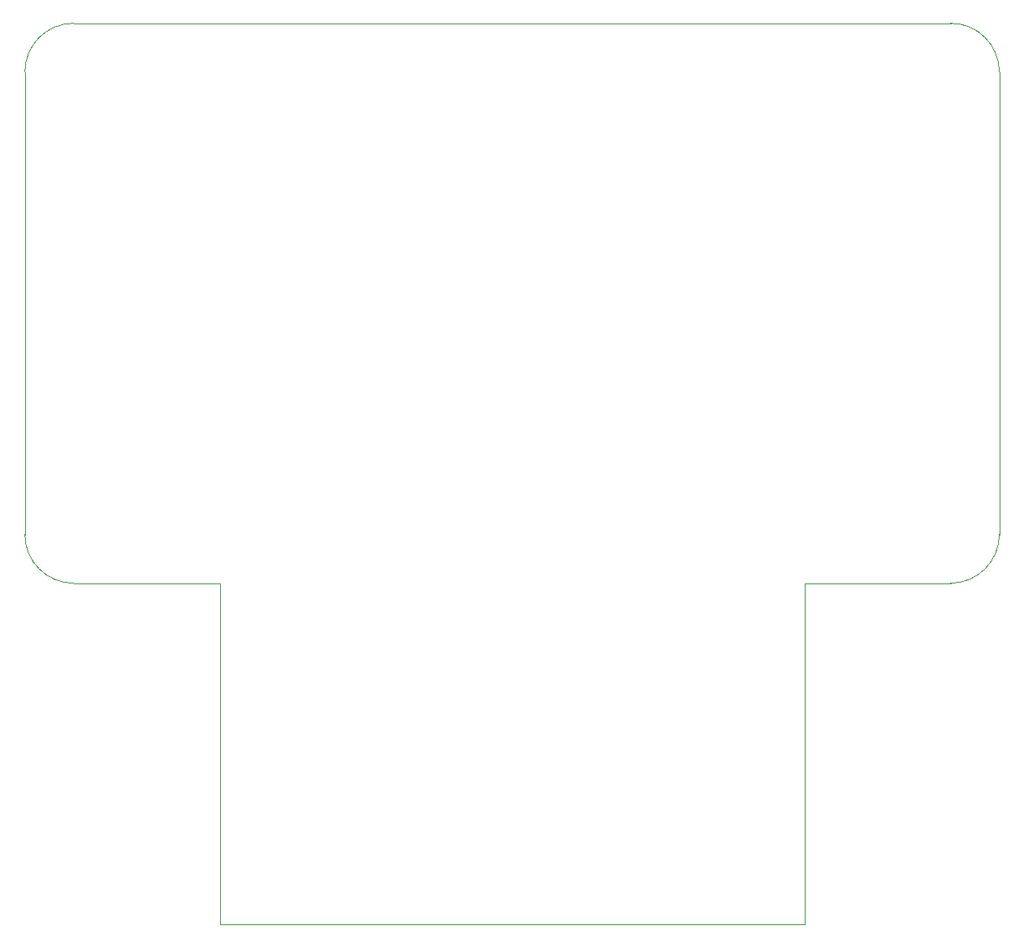
<source format=gm1>
%TF.GenerationSoftware,KiCad,Pcbnew,(6.0.9)*%
%TF.CreationDate,2023-04-20T15:37:57-04:00*%
%TF.ProjectId,S23-16_PCB,5332332d-3136-45f5-9043-422e6b696361,2.0*%
%TF.SameCoordinates,Original*%
%TF.FileFunction,Profile,NP*%
%FSLAX46Y46*%
G04 Gerber Fmt 4.6, Leading zero omitted, Abs format (unit mm)*
G04 Created by KiCad (PCBNEW (6.0.9)) date 2023-04-20 15:37:57*
%MOMM*%
%LPD*%
G01*
G04 APERTURE LIST*
%TA.AperFunction,Profile*%
%ADD10C,0.100000*%
%TD*%
G04 APERTURE END LIST*
D10*
X165100000Y-149860000D02*
X165100000Y-114300000D01*
X180340000Y-114300000D02*
G75*
G03*
X185420000Y-109220000I0J5080000D01*
G01*
X104140000Y-149860000D02*
X104140000Y-114300000D01*
X88900000Y-55880000D02*
G75*
G03*
X83820000Y-60960000I0J-5080000D01*
G01*
X165100000Y-149860000D02*
X104140000Y-149860000D01*
X83820000Y-109220000D02*
X83820000Y-60960000D01*
X185420000Y-109220000D02*
X185420000Y-60960000D01*
X104140000Y-114300000D02*
X88900000Y-114300000D01*
X88900000Y-55880000D02*
X180340000Y-55880000D01*
X83820000Y-109220000D02*
G75*
G03*
X88900000Y-114300000I5080000J0D01*
G01*
X165100000Y-114300000D02*
X180340000Y-114300000D01*
X185420000Y-60960000D02*
G75*
G03*
X180340000Y-55880000I-5080000J0D01*
G01*
M02*

</source>
